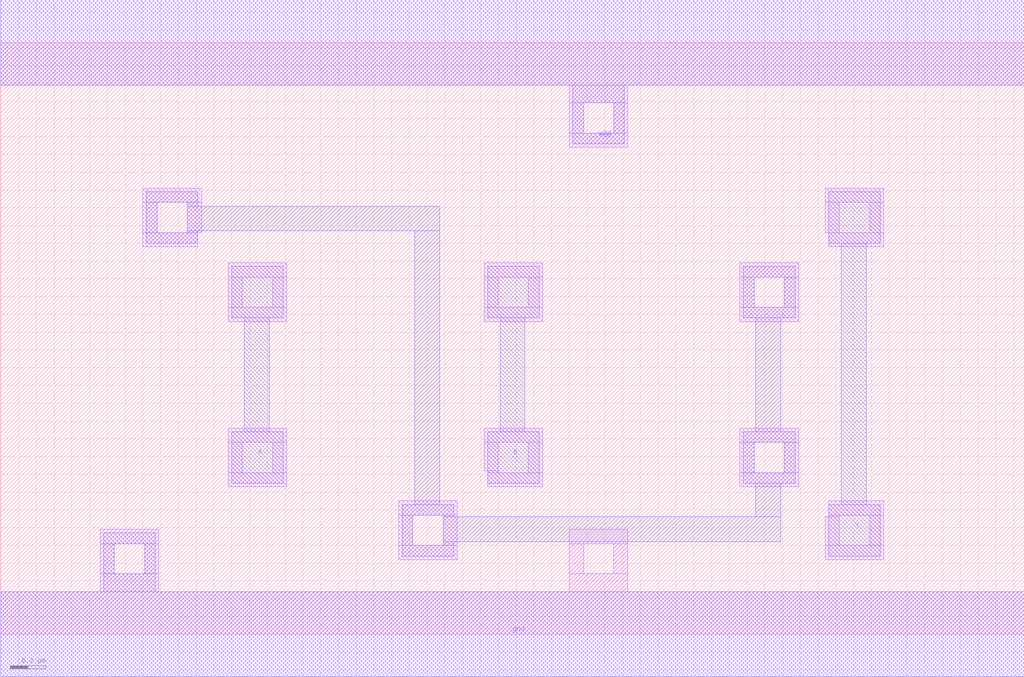
<source format=lef>
VERSION 5.7 ;
  NOWIREEXTENSIONATPIN ON ;
  DIVIDERCHAR "/" ;
  BUSBITCHARS "[]" ;
MACRO OR2X2
  CLASS CORE ;
  FOREIGN OR2X2 ;
  ORIGIN 0.000 0.000 ;
  SIZE 5.760 BY 3.330 ;
  SYMMETRY X Y R90 ;
  SITE unit ;
  PIN vdd
    DIRECTION INOUT ;
    USE POWER ;
    SHAPE ABUTMENT ;
    PORT
      LAYER met1 ;
        RECT 0.000 3.090 5.760 3.570 ;
        RECT 3.220 2.990 3.510 3.090 ;
        RECT 3.220 2.820 3.280 2.990 ;
        RECT 3.450 2.820 3.510 2.990 ;
        RECT 3.220 2.760 3.510 2.820 ;
    END
    PORT
      LAYER li1 ;
        RECT 0.000 3.090 5.760 3.570 ;
        RECT 3.200 2.990 3.530 3.090 ;
        RECT 3.200 2.820 3.280 2.990 ;
        RECT 3.450 2.820 3.530 2.990 ;
        RECT 3.200 2.740 3.530 2.820 ;
    END
  END vdd
  PIN gnd
    DIRECTION INOUT ;
    USE GROUND ;
    SHAPE ABUTMENT ;
    PORT
      LAYER met1 ;
        RECT 0.580 0.510 0.870 0.570 ;
        RECT 0.580 0.340 0.640 0.510 ;
        RECT 0.810 0.340 0.870 0.510 ;
        RECT 0.580 0.240 0.870 0.340 ;
        RECT 0.000 -0.240 5.760 0.240 ;
    END
    PORT
      LAYER li1 ;
        RECT 0.560 0.510 0.890 0.590 ;
        RECT 0.560 0.340 0.640 0.510 ;
        RECT 0.810 0.340 0.890 0.510 ;
        RECT 0.560 0.240 0.890 0.340 ;
        RECT 3.200 0.510 3.530 0.590 ;
        RECT 3.200 0.340 3.280 0.510 ;
        RECT 3.450 0.340 3.530 0.510 ;
        RECT 3.200 0.240 3.530 0.340 ;
        RECT 0.000 -0.240 5.760 0.240 ;
    END
  END gnd
  PIN Y
    DIRECTION INOUT ;
    USE SIGNAL ;
    SHAPE ABUTMENT ;
    PORT
      LAYER met1 ;
        RECT 4.660 2.200 4.950 2.490 ;
        RECT 4.730 0.730 4.870 2.200 ;
        RECT 4.660 0.440 4.950 0.730 ;
    END
  END Y
  PIN B
    DIRECTION INOUT ;
    USE SIGNAL ;
    SHAPE ABUTMENT ;
    PORT
      LAYER met1 ;
        RECT 2.740 1.780 3.030 2.070 ;
        RECT 2.810 1.140 2.950 1.780 ;
        RECT 2.740 0.850 3.030 1.140 ;
    END
  END B
  PIN A
    DIRECTION INOUT ;
    USE SIGNAL ;
    SHAPE ABUTMENT ;
    PORT
      LAYER met1 ;
        RECT 1.300 1.780 1.590 2.070 ;
        RECT 1.370 1.140 1.510 1.780 ;
        RECT 1.300 0.850 1.590 1.140 ;
    END
  END A
  OBS
      LAYER li1 ;
        RECT 0.800 2.430 1.130 2.510 ;
        RECT 0.800 2.260 0.880 2.430 ;
        RECT 1.050 2.260 1.130 2.430 ;
        RECT 4.640 2.430 4.970 2.510 ;
        RECT 4.640 2.260 4.720 2.430 ;
        RECT 4.890 2.260 4.970 2.430 ;
        RECT 0.800 2.180 1.110 2.260 ;
        RECT 4.660 2.180 4.970 2.260 ;
        RECT 1.280 2.010 1.610 2.090 ;
        RECT 1.280 1.840 1.360 2.010 ;
        RECT 1.530 1.840 1.610 2.010 ;
        RECT 1.280 1.760 1.610 1.840 ;
        RECT 2.720 2.010 3.050 2.090 ;
        RECT 2.720 1.840 2.800 2.010 ;
        RECT 2.970 1.840 3.050 2.010 ;
        RECT 2.720 1.760 3.050 1.840 ;
        RECT 4.160 2.010 4.490 2.090 ;
        RECT 4.160 1.840 4.240 2.010 ;
        RECT 4.410 1.840 4.490 2.010 ;
        RECT 4.160 1.760 4.490 1.840 ;
        RECT 1.280 1.080 1.610 1.160 ;
        RECT 1.280 0.910 1.360 1.080 ;
        RECT 1.530 0.910 1.610 1.080 ;
        RECT 2.720 1.080 3.050 1.160 ;
        RECT 2.720 0.920 2.800 1.080 ;
        RECT 1.280 0.830 1.610 0.910 ;
        RECT 2.740 0.910 2.800 0.920 ;
        RECT 2.970 0.910 3.050 1.080 ;
        RECT 2.740 0.830 3.050 0.910 ;
        RECT 4.160 1.080 4.490 1.160 ;
        RECT 4.160 0.910 4.240 1.080 ;
        RECT 4.410 0.910 4.490 1.080 ;
        RECT 4.160 0.830 4.490 0.910 ;
        RECT 2.240 0.670 2.570 0.750 ;
        RECT 2.240 0.500 2.320 0.670 ;
        RECT 2.490 0.500 2.570 0.670 ;
        RECT 4.660 0.670 4.970 0.750 ;
        RECT 4.660 0.660 4.720 0.670 ;
        RECT 2.240 0.420 2.570 0.500 ;
        RECT 4.640 0.500 4.720 0.660 ;
        RECT 4.890 0.500 4.970 0.670 ;
        RECT 4.640 0.420 4.970 0.500 ;
      LAYER met1 ;
        RECT 0.820 2.430 1.110 2.490 ;
        RECT 0.820 2.260 0.880 2.430 ;
        RECT 1.050 2.410 1.110 2.430 ;
        RECT 1.050 2.270 2.470 2.410 ;
        RECT 1.050 2.260 1.110 2.270 ;
        RECT 0.820 2.200 1.110 2.260 ;
        RECT 2.330 0.730 2.470 2.270 ;
        RECT 4.180 2.010 4.470 2.070 ;
        RECT 4.180 1.840 4.240 2.010 ;
        RECT 4.410 1.840 4.470 2.010 ;
        RECT 4.180 1.780 4.470 1.840 ;
        RECT 4.250 1.140 4.390 1.780 ;
        RECT 4.180 1.080 4.470 1.140 ;
        RECT 4.180 0.910 4.240 1.080 ;
        RECT 4.410 0.910 4.470 1.080 ;
        RECT 4.180 0.850 4.470 0.910 ;
        RECT 2.260 0.670 2.550 0.730 ;
        RECT 2.260 0.500 2.320 0.670 ;
        RECT 2.490 0.660 2.550 0.670 ;
        RECT 4.250 0.660 4.390 0.850 ;
        RECT 2.490 0.520 4.390 0.660 ;
        RECT 2.490 0.500 2.550 0.520 ;
        RECT 2.260 0.440 2.550 0.500 ;
  END
END OR2X2
END LIBRARY


</source>
